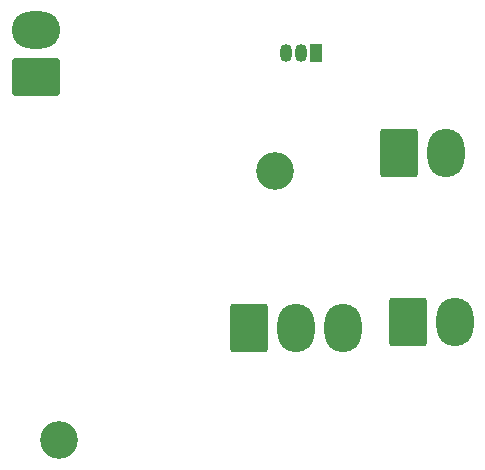
<source format=gbr>
%TF.GenerationSoftware,KiCad,Pcbnew,8.0.5*%
%TF.CreationDate,2024-10-05T15:02:32-05:00*%
%TF.ProjectId,HornsBoard,486f726e-7342-46f6-9172-642e6b696361,0.0*%
%TF.SameCoordinates,Original*%
%TF.FileFunction,Soldermask,Bot*%
%TF.FilePolarity,Negative*%
%FSLAX46Y46*%
G04 Gerber Fmt 4.6, Leading zero omitted, Abs format (unit mm)*
G04 Created by KiCad (PCBNEW 8.0.5) date 2024-10-05 15:02:32*
%MOMM*%
%LPD*%
G01*
G04 APERTURE LIST*
G04 Aperture macros list*
%AMRoundRect*
0 Rectangle with rounded corners*
0 $1 Rounding radius*
0 $2 $3 $4 $5 $6 $7 $8 $9 X,Y pos of 4 corners*
0 Add a 4 corners polygon primitive as box body*
4,1,4,$2,$3,$4,$5,$6,$7,$8,$9,$2,$3,0*
0 Add four circle primitives for the rounded corners*
1,1,$1+$1,$2,$3*
1,1,$1+$1,$4,$5*
1,1,$1+$1,$6,$7*
1,1,$1+$1,$8,$9*
0 Add four rect primitives between the rounded corners*
20,1,$1+$1,$2,$3,$4,$5,0*
20,1,$1+$1,$4,$5,$6,$7,0*
20,1,$1+$1,$6,$7,$8,$9,0*
20,1,$1+$1,$8,$9,$2,$3,0*%
G04 Aperture macros list end*
%ADD10RoundRect,0.250000X-1.330000X-1.800000X1.330000X-1.800000X1.330000X1.800000X-1.330000X1.800000X0*%
%ADD11O,3.160000X4.100000*%
%ADD12R,1.050000X1.500000*%
%ADD13O,1.050000X1.500000*%
%ADD14RoundRect,0.250000X1.800000X-1.330000X1.800000X1.330000X-1.800000X1.330000X-1.800000X-1.330000X0*%
%ADD15O,4.100000X3.160000*%
%ADD16C,3.200000*%
G04 APERTURE END LIST*
D10*
%TO.C,J4*%
X168250000Y-95000000D03*
D11*
X172210000Y-95000000D03*
%TD*%
D12*
%TO.C,Q1*%
X161250000Y-86500000D03*
D13*
X159980000Y-86500000D03*
X158710000Y-86500000D03*
%TD*%
D14*
%TO.C,J2*%
X137500000Y-88500000D03*
D15*
X137500000Y-84540000D03*
%TD*%
D10*
%TO.C,J3*%
X169040000Y-109250000D03*
D11*
X173000000Y-109250000D03*
%TD*%
D16*
%TO.C,REF\u002A\u002A*%
X139500000Y-119250000D03*
%TD*%
D10*
%TO.C,J1*%
X155580000Y-109750000D03*
D11*
X159540000Y-109750000D03*
X163500000Y-109750000D03*
%TD*%
D16*
%TO.C,REF\u002A\u002A*%
X157750000Y-96500000D03*
%TD*%
M02*

</source>
